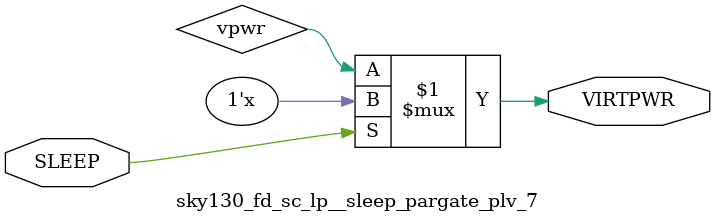
<source format=v>
/*
 * Copyright 2020 The SkyWater PDK Authors
 *
 * Licensed under the Apache License, Version 2.0 (the "License");
 * you may not use this file except in compliance with the License.
 * You may obtain a copy of the License at
 *
 *     https://www.apache.org/licenses/LICENSE-2.0
 *
 * Unless required by applicable law or agreed to in writing, software
 * distributed under the License is distributed on an "AS IS" BASIS,
 * WITHOUT WARRANTIES OR CONDITIONS OF ANY KIND, either express or implied.
 * See the License for the specific language governing permissions and
 * limitations under the License.
 *
 * SPDX-License-Identifier: Apache-2.0
*/


`ifndef SKY130_FD_SC_LP__SLEEP_PARGATE_PLV_7_FUNCTIONAL_V
`define SKY130_FD_SC_LP__SLEEP_PARGATE_PLV_7_FUNCTIONAL_V

/**
 * sleep_pargate_plv: ????.
 *
 * Verilog simulation functional model.
 */

`timescale 1ns / 1ps
`default_nettype none

`celldefine
module sky130_fd_sc_lp__sleep_pargate_plv_7 (
    VIRTPWR,
    SLEEP
);

    // Module ports
    output VIRTPWR;
    input  SLEEP  ;

    // Local signals
    wire vgnd;
    wire vpwr;

    //       Name       Output   Other arguments
    pulldown pulldown0 (vgnd   );
    bufif0   bufif00   (VIRTPWR, vpwr, SLEEP    );

endmodule
`endcelldefine

`default_nettype wire
`endif  // SKY130_FD_SC_LP__SLEEP_PARGATE_PLV_7_FUNCTIONAL_V

</source>
